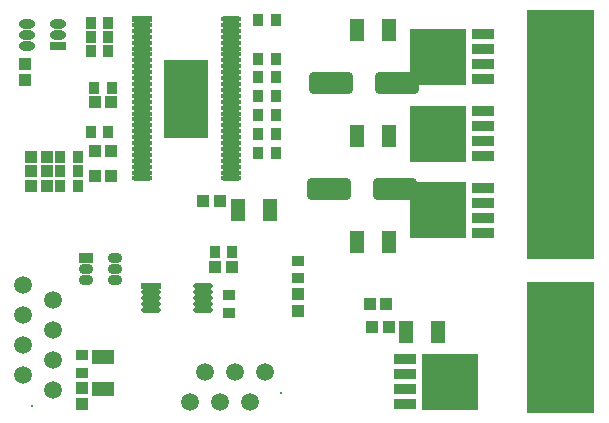
<source format=gts>
G04 Layer_Color=8388736*
%FSLAX24Y24*%
%MOIN*%
G70*
G01*
G75*
%ADD51R,0.0512X0.0748*%
%ADD52O,0.0650X0.0197*%
%ADD53R,0.0650X0.0197*%
%ADD54R,0.0551X0.0315*%
%ADD55O,0.0551X0.0315*%
%ADD56R,0.0394X0.0433*%
%ADD57R,0.1496X0.2598*%
%ADD58R,0.0689X0.0197*%
%ADD59O,0.0689X0.0197*%
G04:AMPARAMS|DCode=60|XSize=145.7mil|YSize=70.9mil|CornerRadius=11.8mil|HoleSize=0mil|Usage=FLASHONLY|Rotation=0.000|XOffset=0mil|YOffset=0mil|HoleType=Round|Shape=RoundedRectangle|*
%AMROUNDEDRECTD60*
21,1,0.1457,0.0472,0,0,0.0*
21,1,0.1220,0.0709,0,0,0.0*
1,1,0.0236,0.0610,-0.0236*
1,1,0.0236,-0.0610,-0.0236*
1,1,0.0236,-0.0610,0.0236*
1,1,0.0236,0.0610,0.0236*
%
%ADD60ROUNDEDRECTD60*%
%ADD61R,0.0472X0.0354*%
%ADD62O,0.0472X0.0354*%
%ADD63R,0.0354X0.0433*%
%ADD64R,0.0748X0.0512*%
%ADD65R,0.0433X0.0394*%
%ADD66R,0.0433X0.0354*%
%ADD67R,0.1899X0.1859*%
%ADD68R,0.0729X0.0319*%
%ADD69R,0.1732X0.2717*%
%ADD70R,0.1732X0.1929*%
%ADD71C,0.0079*%
%ADD72C,0.0591*%
G36*
X19685Y177D02*
X17441D01*
Y4547D01*
X19685D01*
Y177D01*
D02*
G37*
G36*
Y5295D02*
X17441D01*
Y13602D01*
X19685D01*
Y5295D01*
D02*
G37*
D51*
X7815Y6929D02*
D03*
X8878D02*
D03*
X11791Y5866D02*
D03*
X12854D02*
D03*
X11791Y9409D02*
D03*
X12854D02*
D03*
X11791Y12953D02*
D03*
X12854D02*
D03*
X13406Y2874D02*
D03*
X14468D02*
D03*
D52*
X6654Y4409D02*
D03*
Y4213D02*
D03*
Y4016D02*
D03*
Y3819D02*
D03*
Y3622D02*
D03*
X4921Y3819D02*
D03*
Y3622D02*
D03*
Y4213D02*
D03*
Y4016D02*
D03*
D53*
Y4409D02*
D03*
D54*
X1811Y12402D02*
D03*
D55*
Y12776D02*
D03*
Y13150D02*
D03*
X780Y12402D02*
D03*
Y12776D02*
D03*
Y13150D02*
D03*
D56*
X12205Y3819D02*
D03*
X12756D02*
D03*
X7047Y5039D02*
D03*
X7598D02*
D03*
X906Y8701D02*
D03*
X1457D02*
D03*
X906Y8228D02*
D03*
X1457D02*
D03*
X906Y7756D02*
D03*
X1457D02*
D03*
X6654Y7244D02*
D03*
X7205D02*
D03*
X3031Y10551D02*
D03*
X3583D02*
D03*
X3031Y8898D02*
D03*
X3583D02*
D03*
X3031Y8071D02*
D03*
X3583D02*
D03*
X12283Y3031D02*
D03*
X12835D02*
D03*
D57*
X6083Y10650D02*
D03*
D58*
X4606Y13307D02*
D03*
D59*
Y13110D02*
D03*
Y12913D02*
D03*
Y12717D02*
D03*
Y12520D02*
D03*
Y12323D02*
D03*
Y12126D02*
D03*
Y11929D02*
D03*
Y11732D02*
D03*
Y11535D02*
D03*
Y11339D02*
D03*
Y11142D02*
D03*
Y10945D02*
D03*
Y10748D02*
D03*
Y10551D02*
D03*
Y10354D02*
D03*
Y10157D02*
D03*
Y9961D02*
D03*
Y9764D02*
D03*
Y9567D02*
D03*
Y9370D02*
D03*
Y9173D02*
D03*
Y8976D02*
D03*
Y8780D02*
D03*
Y8583D02*
D03*
Y8386D02*
D03*
Y8189D02*
D03*
Y7992D02*
D03*
X7559Y13307D02*
D03*
Y13110D02*
D03*
Y12913D02*
D03*
Y12717D02*
D03*
Y12520D02*
D03*
Y12323D02*
D03*
Y12126D02*
D03*
Y11929D02*
D03*
Y11732D02*
D03*
Y11535D02*
D03*
Y11339D02*
D03*
Y11142D02*
D03*
Y10945D02*
D03*
Y10748D02*
D03*
Y10551D02*
D03*
Y10354D02*
D03*
Y10157D02*
D03*
Y9961D02*
D03*
Y9764D02*
D03*
Y9567D02*
D03*
Y9370D02*
D03*
Y9173D02*
D03*
Y8976D02*
D03*
Y8780D02*
D03*
Y8583D02*
D03*
Y8386D02*
D03*
Y8189D02*
D03*
Y7992D02*
D03*
D60*
X10827Y7638D02*
D03*
X13031D02*
D03*
X10906Y11181D02*
D03*
X13110D02*
D03*
D61*
X2756Y5354D02*
D03*
D62*
Y4606D02*
D03*
Y4980D02*
D03*
X3701Y4606D02*
D03*
Y4980D02*
D03*
Y5354D02*
D03*
D63*
X8484Y13268D02*
D03*
X9075D02*
D03*
X7028Y5551D02*
D03*
X7618D02*
D03*
X2894Y13189D02*
D03*
X3484D02*
D03*
X2894Y12717D02*
D03*
X3484D02*
D03*
X2894Y9528D02*
D03*
X3484D02*
D03*
X1870Y7756D02*
D03*
X2461D02*
D03*
X1870Y8228D02*
D03*
X2461D02*
D03*
X1870Y8701D02*
D03*
X2461D02*
D03*
X3012Y11024D02*
D03*
X3602D02*
D03*
X8484Y8839D02*
D03*
X9075D02*
D03*
X8484Y9488D02*
D03*
X9075D02*
D03*
X8484Y10118D02*
D03*
X9075D02*
D03*
X8484Y10748D02*
D03*
X9075D02*
D03*
X8484Y11378D02*
D03*
X9075D02*
D03*
X8484Y11969D02*
D03*
X9075D02*
D03*
X3484Y12244D02*
D03*
X2894D02*
D03*
D64*
X3307Y2028D02*
D03*
Y965D02*
D03*
D65*
X9803Y4134D02*
D03*
Y3583D02*
D03*
X2598Y1024D02*
D03*
Y472D02*
D03*
X709Y11811D02*
D03*
Y11260D02*
D03*
D66*
X9803Y5256D02*
D03*
Y4665D02*
D03*
X2598Y2106D02*
D03*
Y1516D02*
D03*
X7520Y4114D02*
D03*
Y3524D02*
D03*
D67*
X14461Y12047D02*
D03*
X14461Y9488D02*
D03*
Y6929D02*
D03*
X14869Y1220D02*
D03*
D68*
X15965Y12797D02*
D03*
Y12297D02*
D03*
Y11797D02*
D03*
Y11297D02*
D03*
X15965Y10238D02*
D03*
Y9738D02*
D03*
Y9238D02*
D03*
Y8738D02*
D03*
Y7679D02*
D03*
Y7179D02*
D03*
Y6679D02*
D03*
Y6179D02*
D03*
X13366Y470D02*
D03*
Y970D02*
D03*
Y1470D02*
D03*
Y1970D02*
D03*
D69*
X18307Y12205D02*
D03*
Y9449D02*
D03*
Y6693D02*
D03*
D70*
Y3543D02*
D03*
Y1181D02*
D03*
D71*
X9252Y827D02*
D03*
X945Y394D02*
D03*
D72*
X6201Y535D02*
D03*
X6701Y1535D02*
D03*
X7201Y535D02*
D03*
X7701Y1535D02*
D03*
X8201Y535D02*
D03*
X8701Y1535D02*
D03*
X654Y4445D02*
D03*
X1654Y3945D02*
D03*
X654Y3445D02*
D03*
X1654Y2945D02*
D03*
X654Y2445D02*
D03*
X1654Y1945D02*
D03*
X654Y1445D02*
D03*
X1654Y945D02*
D03*
M02*

</source>
